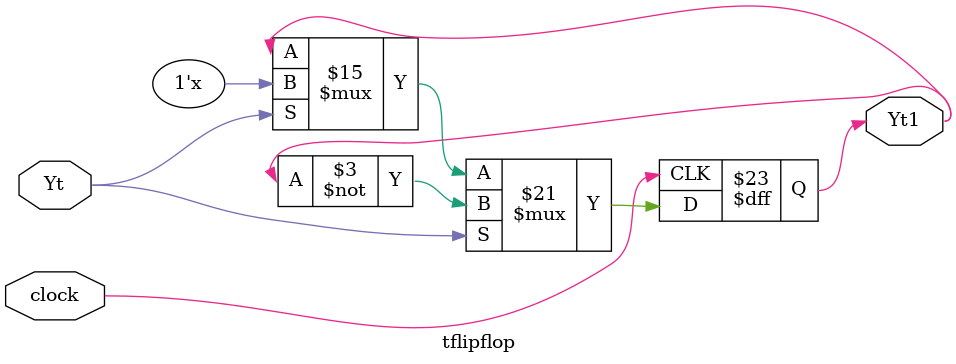
<source format=v>
/*
	Generate Binary Sequence using T-FlipFlop : 0,8,5,3,7,2
	Gate Level Modelling
	16CO125
*/
module sequence_generator(Yt,Yt1,clock);
	
	input clock;
	output [3:0]Yt,Yt1;
	wire w1,w2,w3,w4;
	
	tflipflop a3(w3,Yt[3],clock);
	tflipflop a2(w2,Yt[2],clock);
	tflipflop a1(w1,Yt[1],clock);
	tflipflop a0(w0,Yt[0],clock);
	
	nor(w3,Yt[0],Yt[1]);
	or(w2,Yt[3],Yt[0]);
	xor(w1,Yt[1],Yt[0]);
	and(w4,Yt[2],Yt[1]);
	or(w0,Yt[3],w4);
endmodule

module tflipflop(Yt,Yt1,clock);
	input Yt;
	input clock;
	output Yt1;
	reg Yt1,Yt1c;
	initial begin
		Yt1=0;
		Yt1c=1;
	end
	always @(posedge clock)
	begin
		if(Yt==1'b1) 
			begin
				Yt1=(~Yt1);
				Yt1c=(~Yt1c);
			end
		else if(Yt==1'b0)
			begin
				Yt1=Yt1;
				Yt1c=Yt1c;
			end
	end
endmodule
</source>
